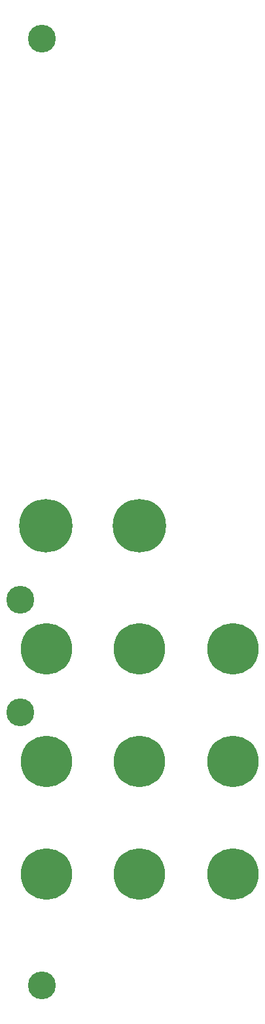
<source format=gbr>
%TF.GenerationSoftware,KiCad,Pcbnew,5.1.10*%
%TF.CreationDate,2021-05-10T15:11:08+02:00*%
%TF.ProjectId,ripples,72697070-6c65-4732-9e6b-696361645f70,rev?*%
%TF.SameCoordinates,Original*%
%TF.FileFunction,Soldermask,Bot*%
%TF.FilePolarity,Negative*%
%FSLAX46Y46*%
G04 Gerber Fmt 4.6, Leading zero omitted, Abs format (unit mm)*
G04 Created by KiCad (PCBNEW 5.1.10) date 2021-05-10 15:11:08*
%MOMM*%
%LPD*%
G01*
G04 APERTURE LIST*
%ADD10C,3.600000*%
%ADD11C,6.650000*%
%ADD12C,6.911829*%
G04 APERTURE END LIST*
D10*
%TO.C,*%
X-12650000Y61250000D03*
%TD*%
%TO.C,*%
X-12650000Y-61250000D03*
%TD*%
D11*
%TO.C,*%
X-12078449Y-17650444D03*
%TD*%
%TO.C,*%
X1452Y-17650444D03*
%TD*%
%TO.C,*%
X12062060Y-17650444D03*
%TD*%
%TO.C,*%
X-12078449Y-32250786D03*
%TD*%
%TO.C,*%
X1452Y-32250786D03*
%TD*%
%TO.C,*%
X12062060Y-32250786D03*
%TD*%
%TO.C,*%
X-12068874Y-46851630D03*
%TD*%
%TO.C,*%
X11026Y-46851630D03*
%TD*%
%TO.C,*%
X12071635Y-46851630D03*
%TD*%
D10*
%TO.C,*%
X-15448345Y-25900574D03*
%TD*%
%TO.C,*%
X-15448345Y-11300476D03*
%TD*%
D12*
%TO.C,*%
X-12098649Y-1750465D03*
%TD*%
%TO.C,*%
X1382Y-1750465D03*
%TD*%
M02*

</source>
